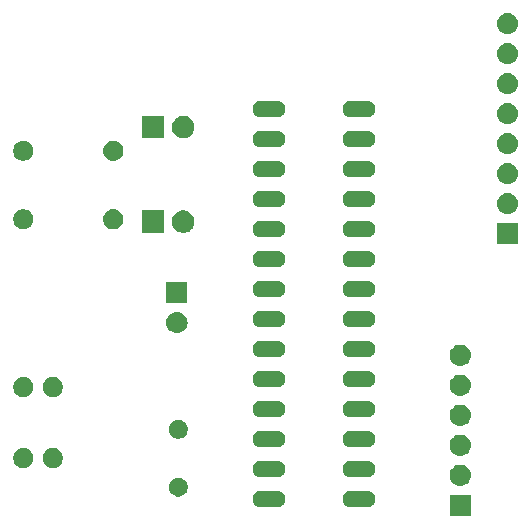
<source format=gbr>
G04 #@! TF.GenerationSoftware,KiCad,Pcbnew,(5.1.2)-1*
G04 #@! TF.CreationDate,2019-05-27T16:10:05+02:00*
G04 #@! TF.ProjectId,Dispositivo_Resp,44697370-6f73-4697-9469-766f5f526573,rev?*
G04 #@! TF.SameCoordinates,Original*
G04 #@! TF.FileFunction,Soldermask,Top*
G04 #@! TF.FilePolarity,Negative*
%FSLAX46Y46*%
G04 Gerber Fmt 4.6, Leading zero omitted, Abs format (unit mm)*
G04 Created by KiCad (PCBNEW (5.1.2)-1) date 2019-05-27 16:10:05*
%MOMM*%
%LPD*%
G04 APERTURE LIST*
%ADD10C,0.100000*%
G04 APERTURE END LIST*
D10*
G36*
X175901000Y-122901000D02*
G01*
X174099000Y-122901000D01*
X174099000Y-121099000D01*
X175901000Y-121099000D01*
X175901000Y-122901000D01*
X175901000Y-122901000D01*
G37*
G36*
X167220659Y-120774394D02*
G01*
X167354758Y-120815073D01*
X167478345Y-120881132D01*
X167586670Y-120970031D01*
X167675569Y-121078356D01*
X167741628Y-121201943D01*
X167782307Y-121336042D01*
X167796042Y-121475501D01*
X167782307Y-121614960D01*
X167741628Y-121749059D01*
X167675569Y-121872646D01*
X167586670Y-121980971D01*
X167478345Y-122069870D01*
X167354758Y-122135929D01*
X167220659Y-122176608D01*
X167116149Y-122186901D01*
X165725451Y-122186901D01*
X165620941Y-122176608D01*
X165486842Y-122135929D01*
X165363255Y-122069870D01*
X165254930Y-121980971D01*
X165166031Y-121872646D01*
X165099972Y-121749059D01*
X165059293Y-121614960D01*
X165045558Y-121475501D01*
X165059293Y-121336042D01*
X165099972Y-121201943D01*
X165166031Y-121078356D01*
X165254930Y-120970031D01*
X165363255Y-120881132D01*
X165486842Y-120815073D01*
X165620941Y-120774394D01*
X165725451Y-120764101D01*
X167116149Y-120764101D01*
X167220659Y-120774394D01*
X167220659Y-120774394D01*
G37*
G36*
X159600659Y-120774394D02*
G01*
X159734758Y-120815073D01*
X159858345Y-120881132D01*
X159966670Y-120970031D01*
X160055569Y-121078356D01*
X160121628Y-121201943D01*
X160162307Y-121336042D01*
X160176042Y-121475501D01*
X160162307Y-121614960D01*
X160121628Y-121749059D01*
X160055569Y-121872646D01*
X159966670Y-121980971D01*
X159858345Y-122069870D01*
X159734758Y-122135929D01*
X159600659Y-122176608D01*
X159496149Y-122186901D01*
X158105451Y-122186901D01*
X158000941Y-122176608D01*
X157866842Y-122135929D01*
X157743255Y-122069870D01*
X157634930Y-121980971D01*
X157546031Y-121872646D01*
X157479972Y-121749059D01*
X157439293Y-121614960D01*
X157425558Y-121475501D01*
X157439293Y-121336042D01*
X157479972Y-121201943D01*
X157546031Y-121078356D01*
X157634930Y-120970031D01*
X157743255Y-120881132D01*
X157866842Y-120815073D01*
X158000941Y-120774394D01*
X158105451Y-120764101D01*
X159496149Y-120764101D01*
X159600659Y-120774394D01*
X159600659Y-120774394D01*
G37*
G36*
X151363642Y-119699781D02*
G01*
X151509414Y-119760162D01*
X151509416Y-119760163D01*
X151640608Y-119847822D01*
X151752178Y-119959392D01*
X151839837Y-120090584D01*
X151839838Y-120090586D01*
X151900219Y-120236358D01*
X151931000Y-120391107D01*
X151931000Y-120548893D01*
X151900219Y-120703642D01*
X151839838Y-120849414D01*
X151839837Y-120849416D01*
X151752178Y-120980608D01*
X151640608Y-121092178D01*
X151509416Y-121179837D01*
X151509415Y-121179838D01*
X151509414Y-121179838D01*
X151363642Y-121240219D01*
X151208893Y-121271000D01*
X151051107Y-121271000D01*
X150896358Y-121240219D01*
X150750586Y-121179838D01*
X150750585Y-121179838D01*
X150750584Y-121179837D01*
X150619392Y-121092178D01*
X150507822Y-120980608D01*
X150420163Y-120849416D01*
X150420162Y-120849414D01*
X150359781Y-120703642D01*
X150329000Y-120548893D01*
X150329000Y-120391107D01*
X150359781Y-120236358D01*
X150420162Y-120090586D01*
X150420163Y-120090584D01*
X150507822Y-119959392D01*
X150619392Y-119847822D01*
X150750584Y-119760163D01*
X150750586Y-119760162D01*
X150896358Y-119699781D01*
X151051107Y-119669000D01*
X151208893Y-119669000D01*
X151363642Y-119699781D01*
X151363642Y-119699781D01*
G37*
G36*
X175110442Y-118565518D02*
G01*
X175176627Y-118572037D01*
X175346466Y-118623557D01*
X175502991Y-118707222D01*
X175538729Y-118736552D01*
X175640186Y-118819814D01*
X175723448Y-118921271D01*
X175752778Y-118957009D01*
X175836443Y-119113534D01*
X175887963Y-119283373D01*
X175905359Y-119460000D01*
X175887963Y-119636627D01*
X175836443Y-119806466D01*
X175752778Y-119962991D01*
X175723448Y-119998729D01*
X175640186Y-120100186D01*
X175538729Y-120183448D01*
X175502991Y-120212778D01*
X175346466Y-120296443D01*
X175176627Y-120347963D01*
X175110442Y-120354482D01*
X175044260Y-120361000D01*
X174955740Y-120361000D01*
X174889558Y-120354482D01*
X174823373Y-120347963D01*
X174653534Y-120296443D01*
X174497009Y-120212778D01*
X174461271Y-120183448D01*
X174359814Y-120100186D01*
X174276552Y-119998729D01*
X174247222Y-119962991D01*
X174163557Y-119806466D01*
X174112037Y-119636627D01*
X174094641Y-119460000D01*
X174112037Y-119283373D01*
X174163557Y-119113534D01*
X174247222Y-118957009D01*
X174276552Y-118921271D01*
X174359814Y-118819814D01*
X174461271Y-118736552D01*
X174497009Y-118707222D01*
X174653534Y-118623557D01*
X174823373Y-118572037D01*
X174889558Y-118565518D01*
X174955740Y-118559000D01*
X175044260Y-118559000D01*
X175110442Y-118565518D01*
X175110442Y-118565518D01*
G37*
G36*
X167220659Y-118234394D02*
G01*
X167354758Y-118275073D01*
X167478345Y-118341132D01*
X167586670Y-118430031D01*
X167675569Y-118538356D01*
X167741628Y-118661943D01*
X167782307Y-118796042D01*
X167796042Y-118935501D01*
X167782307Y-119074960D01*
X167741628Y-119209059D01*
X167675569Y-119332646D01*
X167586670Y-119440971D01*
X167478345Y-119529870D01*
X167354758Y-119595929D01*
X167220659Y-119636608D01*
X167116149Y-119646901D01*
X165725451Y-119646901D01*
X165620941Y-119636608D01*
X165486842Y-119595929D01*
X165363255Y-119529870D01*
X165254930Y-119440971D01*
X165166031Y-119332646D01*
X165099972Y-119209059D01*
X165059293Y-119074960D01*
X165045558Y-118935501D01*
X165059293Y-118796042D01*
X165099972Y-118661943D01*
X165166031Y-118538356D01*
X165254930Y-118430031D01*
X165363255Y-118341132D01*
X165486842Y-118275073D01*
X165620941Y-118234394D01*
X165725451Y-118224101D01*
X167116149Y-118224101D01*
X167220659Y-118234394D01*
X167220659Y-118234394D01*
G37*
G36*
X159600659Y-118234394D02*
G01*
X159734758Y-118275073D01*
X159858345Y-118341132D01*
X159966670Y-118430031D01*
X160055569Y-118538356D01*
X160121628Y-118661943D01*
X160162307Y-118796042D01*
X160176042Y-118935501D01*
X160162307Y-119074960D01*
X160121628Y-119209059D01*
X160055569Y-119332646D01*
X159966670Y-119440971D01*
X159858345Y-119529870D01*
X159734758Y-119595929D01*
X159600659Y-119636608D01*
X159496149Y-119646901D01*
X158105451Y-119646901D01*
X158000941Y-119636608D01*
X157866842Y-119595929D01*
X157743255Y-119529870D01*
X157634930Y-119440971D01*
X157546031Y-119332646D01*
X157479972Y-119209059D01*
X157439293Y-119074960D01*
X157425558Y-118935501D01*
X157439293Y-118796042D01*
X157479972Y-118661943D01*
X157546031Y-118538356D01*
X157634930Y-118430031D01*
X157743255Y-118341132D01*
X157866842Y-118275073D01*
X158000941Y-118234394D01*
X158105451Y-118224101D01*
X159496149Y-118224101D01*
X159600659Y-118234394D01*
X159600659Y-118234394D01*
G37*
G36*
X138248228Y-117181703D02*
G01*
X138403100Y-117245853D01*
X138542481Y-117338985D01*
X138661015Y-117457519D01*
X138754147Y-117596900D01*
X138818297Y-117751772D01*
X138851000Y-117916184D01*
X138851000Y-118083816D01*
X138818297Y-118248228D01*
X138754147Y-118403100D01*
X138661015Y-118542481D01*
X138542481Y-118661015D01*
X138403100Y-118754147D01*
X138248228Y-118818297D01*
X138083816Y-118851000D01*
X137916184Y-118851000D01*
X137751772Y-118818297D01*
X137596900Y-118754147D01*
X137457519Y-118661015D01*
X137338985Y-118542481D01*
X137245853Y-118403100D01*
X137181703Y-118248228D01*
X137149000Y-118083816D01*
X137149000Y-117916184D01*
X137181703Y-117751772D01*
X137245853Y-117596900D01*
X137338985Y-117457519D01*
X137457519Y-117338985D01*
X137596900Y-117245853D01*
X137751772Y-117181703D01*
X137916184Y-117149000D01*
X138083816Y-117149000D01*
X138248228Y-117181703D01*
X138248228Y-117181703D01*
G37*
G36*
X140748228Y-117181703D02*
G01*
X140903100Y-117245853D01*
X141042481Y-117338985D01*
X141161015Y-117457519D01*
X141254147Y-117596900D01*
X141318297Y-117751772D01*
X141351000Y-117916184D01*
X141351000Y-118083816D01*
X141318297Y-118248228D01*
X141254147Y-118403100D01*
X141161015Y-118542481D01*
X141042481Y-118661015D01*
X140903100Y-118754147D01*
X140748228Y-118818297D01*
X140583816Y-118851000D01*
X140416184Y-118851000D01*
X140251772Y-118818297D01*
X140096900Y-118754147D01*
X139957519Y-118661015D01*
X139838985Y-118542481D01*
X139745853Y-118403100D01*
X139681703Y-118248228D01*
X139649000Y-118083816D01*
X139649000Y-117916184D01*
X139681703Y-117751772D01*
X139745853Y-117596900D01*
X139838985Y-117457519D01*
X139957519Y-117338985D01*
X140096900Y-117245853D01*
X140251772Y-117181703D01*
X140416184Y-117149000D01*
X140583816Y-117149000D01*
X140748228Y-117181703D01*
X140748228Y-117181703D01*
G37*
G36*
X175110443Y-116025519D02*
G01*
X175176627Y-116032037D01*
X175346466Y-116083557D01*
X175502991Y-116167222D01*
X175533400Y-116192178D01*
X175640186Y-116279814D01*
X175689758Y-116340219D01*
X175752778Y-116417009D01*
X175836443Y-116573534D01*
X175887963Y-116743373D01*
X175905359Y-116920000D01*
X175887963Y-117096627D01*
X175836443Y-117266466D01*
X175752778Y-117422991D01*
X175724441Y-117457519D01*
X175640186Y-117560186D01*
X175538729Y-117643448D01*
X175502991Y-117672778D01*
X175346466Y-117756443D01*
X175176627Y-117807963D01*
X175110443Y-117814481D01*
X175044260Y-117821000D01*
X174955740Y-117821000D01*
X174889557Y-117814481D01*
X174823373Y-117807963D01*
X174653534Y-117756443D01*
X174497009Y-117672778D01*
X174461271Y-117643448D01*
X174359814Y-117560186D01*
X174275559Y-117457519D01*
X174247222Y-117422991D01*
X174163557Y-117266466D01*
X174112037Y-117096627D01*
X174094641Y-116920000D01*
X174112037Y-116743373D01*
X174163557Y-116573534D01*
X174247222Y-116417009D01*
X174310242Y-116340219D01*
X174359814Y-116279814D01*
X174466600Y-116192178D01*
X174497009Y-116167222D01*
X174653534Y-116083557D01*
X174823373Y-116032037D01*
X174889557Y-116025519D01*
X174955740Y-116019000D01*
X175044260Y-116019000D01*
X175110443Y-116025519D01*
X175110443Y-116025519D01*
G37*
G36*
X167220659Y-115694394D02*
G01*
X167354758Y-115735073D01*
X167478345Y-115801132D01*
X167586670Y-115890031D01*
X167675569Y-115998356D01*
X167741628Y-116121943D01*
X167782307Y-116256042D01*
X167796042Y-116395501D01*
X167782307Y-116534960D01*
X167741628Y-116669059D01*
X167675569Y-116792646D01*
X167586670Y-116900971D01*
X167478345Y-116989870D01*
X167354758Y-117055929D01*
X167220659Y-117096608D01*
X167116149Y-117106901D01*
X165725451Y-117106901D01*
X165620941Y-117096608D01*
X165486842Y-117055929D01*
X165363255Y-116989870D01*
X165254930Y-116900971D01*
X165166031Y-116792646D01*
X165099972Y-116669059D01*
X165059293Y-116534960D01*
X165045558Y-116395501D01*
X165059293Y-116256042D01*
X165099972Y-116121943D01*
X165166031Y-115998356D01*
X165254930Y-115890031D01*
X165363255Y-115801132D01*
X165486842Y-115735073D01*
X165620941Y-115694394D01*
X165725451Y-115684101D01*
X167116149Y-115684101D01*
X167220659Y-115694394D01*
X167220659Y-115694394D01*
G37*
G36*
X159600659Y-115694394D02*
G01*
X159734758Y-115735073D01*
X159858345Y-115801132D01*
X159966670Y-115890031D01*
X160055569Y-115998356D01*
X160121628Y-116121943D01*
X160162307Y-116256042D01*
X160176042Y-116395501D01*
X160162307Y-116534960D01*
X160121628Y-116669059D01*
X160055569Y-116792646D01*
X159966670Y-116900971D01*
X159858345Y-116989870D01*
X159734758Y-117055929D01*
X159600659Y-117096608D01*
X159496149Y-117106901D01*
X158105451Y-117106901D01*
X158000941Y-117096608D01*
X157866842Y-117055929D01*
X157743255Y-116989870D01*
X157634930Y-116900971D01*
X157546031Y-116792646D01*
X157479972Y-116669059D01*
X157439293Y-116534960D01*
X157425558Y-116395501D01*
X157439293Y-116256042D01*
X157479972Y-116121943D01*
X157546031Y-115998356D01*
X157634930Y-115890031D01*
X157743255Y-115801132D01*
X157866842Y-115735073D01*
X158000941Y-115694394D01*
X158105451Y-115684101D01*
X159496149Y-115684101D01*
X159600659Y-115694394D01*
X159600659Y-115694394D01*
G37*
G36*
X151363642Y-114799781D02*
G01*
X151509414Y-114860162D01*
X151509416Y-114860163D01*
X151640608Y-114947822D01*
X151752178Y-115059392D01*
X151801213Y-115132779D01*
X151839838Y-115190586D01*
X151900219Y-115336358D01*
X151931000Y-115491107D01*
X151931000Y-115648893D01*
X151900219Y-115803642D01*
X151839838Y-115949414D01*
X151839837Y-115949416D01*
X151752178Y-116080608D01*
X151640608Y-116192178D01*
X151509416Y-116279837D01*
X151509415Y-116279838D01*
X151509414Y-116279838D01*
X151363642Y-116340219D01*
X151208893Y-116371000D01*
X151051107Y-116371000D01*
X150896358Y-116340219D01*
X150750586Y-116279838D01*
X150750585Y-116279838D01*
X150750584Y-116279837D01*
X150619392Y-116192178D01*
X150507822Y-116080608D01*
X150420163Y-115949416D01*
X150420162Y-115949414D01*
X150359781Y-115803642D01*
X150329000Y-115648893D01*
X150329000Y-115491107D01*
X150359781Y-115336358D01*
X150420162Y-115190586D01*
X150458787Y-115132779D01*
X150507822Y-115059392D01*
X150619392Y-114947822D01*
X150750584Y-114860163D01*
X150750586Y-114860162D01*
X150896358Y-114799781D01*
X151051107Y-114769000D01*
X151208893Y-114769000D01*
X151363642Y-114799781D01*
X151363642Y-114799781D01*
G37*
G36*
X175110443Y-113485519D02*
G01*
X175176627Y-113492037D01*
X175346466Y-113543557D01*
X175502991Y-113627222D01*
X175538729Y-113656552D01*
X175640186Y-113739814D01*
X175723448Y-113841271D01*
X175752778Y-113877009D01*
X175836443Y-114033534D01*
X175887963Y-114203373D01*
X175905359Y-114380000D01*
X175887963Y-114556627D01*
X175836443Y-114726466D01*
X175752778Y-114882991D01*
X175723448Y-114918729D01*
X175640186Y-115020186D01*
X175538729Y-115103448D01*
X175502991Y-115132778D01*
X175346466Y-115216443D01*
X175176627Y-115267963D01*
X175110442Y-115274482D01*
X175044260Y-115281000D01*
X174955740Y-115281000D01*
X174889558Y-115274482D01*
X174823373Y-115267963D01*
X174653534Y-115216443D01*
X174497009Y-115132778D01*
X174461271Y-115103448D01*
X174359814Y-115020186D01*
X174276552Y-114918729D01*
X174247222Y-114882991D01*
X174163557Y-114726466D01*
X174112037Y-114556627D01*
X174094641Y-114380000D01*
X174112037Y-114203373D01*
X174163557Y-114033534D01*
X174247222Y-113877009D01*
X174276552Y-113841271D01*
X174359814Y-113739814D01*
X174461271Y-113656552D01*
X174497009Y-113627222D01*
X174653534Y-113543557D01*
X174823373Y-113492037D01*
X174889557Y-113485519D01*
X174955740Y-113479000D01*
X175044260Y-113479000D01*
X175110443Y-113485519D01*
X175110443Y-113485519D01*
G37*
G36*
X159600659Y-113154394D02*
G01*
X159734758Y-113195073D01*
X159858345Y-113261132D01*
X159966670Y-113350031D01*
X160055569Y-113458356D01*
X160121628Y-113581943D01*
X160162307Y-113716042D01*
X160176042Y-113855501D01*
X160162307Y-113994960D01*
X160121628Y-114129059D01*
X160055569Y-114252646D01*
X159966670Y-114360971D01*
X159858345Y-114449870D01*
X159734758Y-114515929D01*
X159600659Y-114556608D01*
X159496149Y-114566901D01*
X158105451Y-114566901D01*
X158000941Y-114556608D01*
X157866842Y-114515929D01*
X157743255Y-114449870D01*
X157634930Y-114360971D01*
X157546031Y-114252646D01*
X157479972Y-114129059D01*
X157439293Y-113994960D01*
X157425558Y-113855501D01*
X157439293Y-113716042D01*
X157479972Y-113581943D01*
X157546031Y-113458356D01*
X157634930Y-113350031D01*
X157743255Y-113261132D01*
X157866842Y-113195073D01*
X158000941Y-113154394D01*
X158105451Y-113144101D01*
X159496149Y-113144101D01*
X159600659Y-113154394D01*
X159600659Y-113154394D01*
G37*
G36*
X167220659Y-113154394D02*
G01*
X167354758Y-113195073D01*
X167478345Y-113261132D01*
X167586670Y-113350031D01*
X167675569Y-113458356D01*
X167741628Y-113581943D01*
X167782307Y-113716042D01*
X167796042Y-113855501D01*
X167782307Y-113994960D01*
X167741628Y-114129059D01*
X167675569Y-114252646D01*
X167586670Y-114360971D01*
X167478345Y-114449870D01*
X167354758Y-114515929D01*
X167220659Y-114556608D01*
X167116149Y-114566901D01*
X165725451Y-114566901D01*
X165620941Y-114556608D01*
X165486842Y-114515929D01*
X165363255Y-114449870D01*
X165254930Y-114360971D01*
X165166031Y-114252646D01*
X165099972Y-114129059D01*
X165059293Y-113994960D01*
X165045558Y-113855501D01*
X165059293Y-113716042D01*
X165099972Y-113581943D01*
X165166031Y-113458356D01*
X165254930Y-113350031D01*
X165363255Y-113261132D01*
X165486842Y-113195073D01*
X165620941Y-113154394D01*
X165725451Y-113144101D01*
X167116149Y-113144101D01*
X167220659Y-113154394D01*
X167220659Y-113154394D01*
G37*
G36*
X140748228Y-111181703D02*
G01*
X140903100Y-111245853D01*
X141042481Y-111338985D01*
X141161015Y-111457519D01*
X141254147Y-111596900D01*
X141318297Y-111751772D01*
X141351000Y-111916184D01*
X141351000Y-112083816D01*
X141318297Y-112248228D01*
X141254147Y-112403100D01*
X141161015Y-112542481D01*
X141042481Y-112661015D01*
X140903100Y-112754147D01*
X140748228Y-112818297D01*
X140583816Y-112851000D01*
X140416184Y-112851000D01*
X140251772Y-112818297D01*
X140096900Y-112754147D01*
X139957519Y-112661015D01*
X139838985Y-112542481D01*
X139745853Y-112403100D01*
X139681703Y-112248228D01*
X139649000Y-112083816D01*
X139649000Y-111916184D01*
X139681703Y-111751772D01*
X139745853Y-111596900D01*
X139838985Y-111457519D01*
X139957519Y-111338985D01*
X140096900Y-111245853D01*
X140251772Y-111181703D01*
X140416184Y-111149000D01*
X140583816Y-111149000D01*
X140748228Y-111181703D01*
X140748228Y-111181703D01*
G37*
G36*
X138248228Y-111181703D02*
G01*
X138403100Y-111245853D01*
X138542481Y-111338985D01*
X138661015Y-111457519D01*
X138754147Y-111596900D01*
X138818297Y-111751772D01*
X138851000Y-111916184D01*
X138851000Y-112083816D01*
X138818297Y-112248228D01*
X138754147Y-112403100D01*
X138661015Y-112542481D01*
X138542481Y-112661015D01*
X138403100Y-112754147D01*
X138248228Y-112818297D01*
X138083816Y-112851000D01*
X137916184Y-112851000D01*
X137751772Y-112818297D01*
X137596900Y-112754147D01*
X137457519Y-112661015D01*
X137338985Y-112542481D01*
X137245853Y-112403100D01*
X137181703Y-112248228D01*
X137149000Y-112083816D01*
X137149000Y-111916184D01*
X137181703Y-111751772D01*
X137245853Y-111596900D01*
X137338985Y-111457519D01*
X137457519Y-111338985D01*
X137596900Y-111245853D01*
X137751772Y-111181703D01*
X137916184Y-111149000D01*
X138083816Y-111149000D01*
X138248228Y-111181703D01*
X138248228Y-111181703D01*
G37*
G36*
X175110442Y-110945518D02*
G01*
X175176627Y-110952037D01*
X175346466Y-111003557D01*
X175502991Y-111087222D01*
X175538729Y-111116552D01*
X175640186Y-111199814D01*
X175723448Y-111301271D01*
X175752778Y-111337009D01*
X175836443Y-111493534D01*
X175887963Y-111663373D01*
X175905359Y-111840000D01*
X175887963Y-112016627D01*
X175836443Y-112186466D01*
X175752778Y-112342991D01*
X175723448Y-112378729D01*
X175640186Y-112480186D01*
X175564279Y-112542480D01*
X175502991Y-112592778D01*
X175346466Y-112676443D01*
X175176627Y-112727963D01*
X175110443Y-112734481D01*
X175044260Y-112741000D01*
X174955740Y-112741000D01*
X174889557Y-112734481D01*
X174823373Y-112727963D01*
X174653534Y-112676443D01*
X174497009Y-112592778D01*
X174435721Y-112542480D01*
X174359814Y-112480186D01*
X174276552Y-112378729D01*
X174247222Y-112342991D01*
X174163557Y-112186466D01*
X174112037Y-112016627D01*
X174094641Y-111840000D01*
X174112037Y-111663373D01*
X174163557Y-111493534D01*
X174247222Y-111337009D01*
X174276552Y-111301271D01*
X174359814Y-111199814D01*
X174461271Y-111116552D01*
X174497009Y-111087222D01*
X174653534Y-111003557D01*
X174823373Y-110952037D01*
X174889558Y-110945518D01*
X174955740Y-110939000D01*
X175044260Y-110939000D01*
X175110442Y-110945518D01*
X175110442Y-110945518D01*
G37*
G36*
X167220659Y-110614394D02*
G01*
X167354758Y-110655073D01*
X167478345Y-110721132D01*
X167586670Y-110810031D01*
X167675569Y-110918356D01*
X167741628Y-111041943D01*
X167782307Y-111176042D01*
X167796042Y-111315501D01*
X167782307Y-111454960D01*
X167741628Y-111589059D01*
X167675569Y-111712646D01*
X167586670Y-111820971D01*
X167478345Y-111909870D01*
X167354758Y-111975929D01*
X167220659Y-112016608D01*
X167116149Y-112026901D01*
X165725451Y-112026901D01*
X165620941Y-112016608D01*
X165486842Y-111975929D01*
X165363255Y-111909870D01*
X165254930Y-111820971D01*
X165166031Y-111712646D01*
X165099972Y-111589059D01*
X165059293Y-111454960D01*
X165045558Y-111315501D01*
X165059293Y-111176042D01*
X165099972Y-111041943D01*
X165166031Y-110918356D01*
X165254930Y-110810031D01*
X165363255Y-110721132D01*
X165486842Y-110655073D01*
X165620941Y-110614394D01*
X165725451Y-110604101D01*
X167116149Y-110604101D01*
X167220659Y-110614394D01*
X167220659Y-110614394D01*
G37*
G36*
X159600659Y-110614394D02*
G01*
X159734758Y-110655073D01*
X159858345Y-110721132D01*
X159966670Y-110810031D01*
X160055569Y-110918356D01*
X160121628Y-111041943D01*
X160162307Y-111176042D01*
X160176042Y-111315501D01*
X160162307Y-111454960D01*
X160121628Y-111589059D01*
X160055569Y-111712646D01*
X159966670Y-111820971D01*
X159858345Y-111909870D01*
X159734758Y-111975929D01*
X159600659Y-112016608D01*
X159496149Y-112026901D01*
X158105451Y-112026901D01*
X158000941Y-112016608D01*
X157866842Y-111975929D01*
X157743255Y-111909870D01*
X157634930Y-111820971D01*
X157546031Y-111712646D01*
X157479972Y-111589059D01*
X157439293Y-111454960D01*
X157425558Y-111315501D01*
X157439293Y-111176042D01*
X157479972Y-111041943D01*
X157546031Y-110918356D01*
X157634930Y-110810031D01*
X157743255Y-110721132D01*
X157866842Y-110655073D01*
X158000941Y-110614394D01*
X158105451Y-110604101D01*
X159496149Y-110604101D01*
X159600659Y-110614394D01*
X159600659Y-110614394D01*
G37*
G36*
X175110442Y-108405518D02*
G01*
X175176627Y-108412037D01*
X175346466Y-108463557D01*
X175502991Y-108547222D01*
X175538729Y-108576552D01*
X175640186Y-108659814D01*
X175723448Y-108761271D01*
X175752778Y-108797009D01*
X175836443Y-108953534D01*
X175887963Y-109123373D01*
X175905359Y-109300000D01*
X175887963Y-109476627D01*
X175836443Y-109646466D01*
X175752778Y-109802991D01*
X175723448Y-109838729D01*
X175640186Y-109940186D01*
X175538729Y-110023448D01*
X175502991Y-110052778D01*
X175346466Y-110136443D01*
X175176627Y-110187963D01*
X175110443Y-110194481D01*
X175044260Y-110201000D01*
X174955740Y-110201000D01*
X174889557Y-110194481D01*
X174823373Y-110187963D01*
X174653534Y-110136443D01*
X174497009Y-110052778D01*
X174461271Y-110023448D01*
X174359814Y-109940186D01*
X174276552Y-109838729D01*
X174247222Y-109802991D01*
X174163557Y-109646466D01*
X174112037Y-109476627D01*
X174094641Y-109300000D01*
X174112037Y-109123373D01*
X174163557Y-108953534D01*
X174247222Y-108797009D01*
X174276552Y-108761271D01*
X174359814Y-108659814D01*
X174461271Y-108576552D01*
X174497009Y-108547222D01*
X174653534Y-108463557D01*
X174823373Y-108412037D01*
X174889558Y-108405518D01*
X174955740Y-108399000D01*
X175044260Y-108399000D01*
X175110442Y-108405518D01*
X175110442Y-108405518D01*
G37*
G36*
X167220659Y-108074394D02*
G01*
X167354758Y-108115073D01*
X167478345Y-108181132D01*
X167586670Y-108270031D01*
X167675569Y-108378356D01*
X167741628Y-108501943D01*
X167782307Y-108636042D01*
X167796042Y-108775501D01*
X167782307Y-108914960D01*
X167741628Y-109049059D01*
X167675569Y-109172646D01*
X167586670Y-109280971D01*
X167478345Y-109369870D01*
X167354758Y-109435929D01*
X167220659Y-109476608D01*
X167116149Y-109486901D01*
X165725451Y-109486901D01*
X165620941Y-109476608D01*
X165486842Y-109435929D01*
X165363255Y-109369870D01*
X165254930Y-109280971D01*
X165166031Y-109172646D01*
X165099972Y-109049059D01*
X165059293Y-108914960D01*
X165045558Y-108775501D01*
X165059293Y-108636042D01*
X165099972Y-108501943D01*
X165166031Y-108378356D01*
X165254930Y-108270031D01*
X165363255Y-108181132D01*
X165486842Y-108115073D01*
X165620941Y-108074394D01*
X165725451Y-108064101D01*
X167116149Y-108064101D01*
X167220659Y-108074394D01*
X167220659Y-108074394D01*
G37*
G36*
X159600659Y-108074394D02*
G01*
X159734758Y-108115073D01*
X159858345Y-108181132D01*
X159966670Y-108270031D01*
X160055569Y-108378356D01*
X160121628Y-108501943D01*
X160162307Y-108636042D01*
X160176042Y-108775501D01*
X160162307Y-108914960D01*
X160121628Y-109049059D01*
X160055569Y-109172646D01*
X159966670Y-109280971D01*
X159858345Y-109369870D01*
X159734758Y-109435929D01*
X159600659Y-109476608D01*
X159496149Y-109486901D01*
X158105451Y-109486901D01*
X158000941Y-109476608D01*
X157866842Y-109435929D01*
X157743255Y-109369870D01*
X157634930Y-109280971D01*
X157546031Y-109172646D01*
X157479972Y-109049059D01*
X157439293Y-108914960D01*
X157425558Y-108775501D01*
X157439293Y-108636042D01*
X157479972Y-108501943D01*
X157546031Y-108378356D01*
X157634930Y-108270031D01*
X157743255Y-108181132D01*
X157866842Y-108115073D01*
X158000941Y-108074394D01*
X158105451Y-108064101D01*
X159496149Y-108064101D01*
X159600659Y-108074394D01*
X159600659Y-108074394D01*
G37*
G36*
X151110442Y-105645518D02*
G01*
X151176627Y-105652037D01*
X151346466Y-105703557D01*
X151502991Y-105787222D01*
X151538729Y-105816552D01*
X151640186Y-105899814D01*
X151723448Y-106001271D01*
X151752778Y-106037009D01*
X151836443Y-106193534D01*
X151887963Y-106363373D01*
X151905359Y-106540000D01*
X151887963Y-106716627D01*
X151836443Y-106886466D01*
X151752778Y-107042991D01*
X151723448Y-107078729D01*
X151640186Y-107180186D01*
X151538729Y-107263448D01*
X151502991Y-107292778D01*
X151346466Y-107376443D01*
X151176627Y-107427963D01*
X151110443Y-107434481D01*
X151044260Y-107441000D01*
X150955740Y-107441000D01*
X150889557Y-107434481D01*
X150823373Y-107427963D01*
X150653534Y-107376443D01*
X150497009Y-107292778D01*
X150461271Y-107263448D01*
X150359814Y-107180186D01*
X150276552Y-107078729D01*
X150247222Y-107042991D01*
X150163557Y-106886466D01*
X150112037Y-106716627D01*
X150094641Y-106540000D01*
X150112037Y-106363373D01*
X150163557Y-106193534D01*
X150247222Y-106037009D01*
X150276552Y-106001271D01*
X150359814Y-105899814D01*
X150461271Y-105816552D01*
X150497009Y-105787222D01*
X150653534Y-105703557D01*
X150823373Y-105652037D01*
X150889557Y-105645519D01*
X150955740Y-105639000D01*
X151044260Y-105639000D01*
X151110442Y-105645518D01*
X151110442Y-105645518D01*
G37*
G36*
X159600659Y-105534394D02*
G01*
X159734758Y-105575073D01*
X159858345Y-105641132D01*
X159966670Y-105730031D01*
X160055569Y-105838356D01*
X160121628Y-105961943D01*
X160162307Y-106096042D01*
X160176042Y-106235501D01*
X160162307Y-106374960D01*
X160121628Y-106509059D01*
X160055569Y-106632646D01*
X159966670Y-106740971D01*
X159858345Y-106829870D01*
X159734758Y-106895929D01*
X159600659Y-106936608D01*
X159496149Y-106946901D01*
X158105451Y-106946901D01*
X158000941Y-106936608D01*
X157866842Y-106895929D01*
X157743255Y-106829870D01*
X157634930Y-106740971D01*
X157546031Y-106632646D01*
X157479972Y-106509059D01*
X157439293Y-106374960D01*
X157425558Y-106235501D01*
X157439293Y-106096042D01*
X157479972Y-105961943D01*
X157546031Y-105838356D01*
X157634930Y-105730031D01*
X157743255Y-105641132D01*
X157866842Y-105575073D01*
X158000941Y-105534394D01*
X158105451Y-105524101D01*
X159496149Y-105524101D01*
X159600659Y-105534394D01*
X159600659Y-105534394D01*
G37*
G36*
X167220659Y-105534394D02*
G01*
X167354758Y-105575073D01*
X167478345Y-105641132D01*
X167586670Y-105730031D01*
X167675569Y-105838356D01*
X167741628Y-105961943D01*
X167782307Y-106096042D01*
X167796042Y-106235501D01*
X167782307Y-106374960D01*
X167741628Y-106509059D01*
X167675569Y-106632646D01*
X167586670Y-106740971D01*
X167478345Y-106829870D01*
X167354758Y-106895929D01*
X167220659Y-106936608D01*
X167116149Y-106946901D01*
X165725451Y-106946901D01*
X165620941Y-106936608D01*
X165486842Y-106895929D01*
X165363255Y-106829870D01*
X165254930Y-106740971D01*
X165166031Y-106632646D01*
X165099972Y-106509059D01*
X165059293Y-106374960D01*
X165045558Y-106235501D01*
X165059293Y-106096042D01*
X165099972Y-105961943D01*
X165166031Y-105838356D01*
X165254930Y-105730031D01*
X165363255Y-105641132D01*
X165486842Y-105575073D01*
X165620941Y-105534394D01*
X165725451Y-105524101D01*
X167116149Y-105524101D01*
X167220659Y-105534394D01*
X167220659Y-105534394D01*
G37*
G36*
X151901000Y-104901000D02*
G01*
X150099000Y-104901000D01*
X150099000Y-103099000D01*
X151901000Y-103099000D01*
X151901000Y-104901000D01*
X151901000Y-104901000D01*
G37*
G36*
X159600659Y-102994394D02*
G01*
X159734758Y-103035073D01*
X159858345Y-103101132D01*
X159966670Y-103190031D01*
X160055569Y-103298356D01*
X160121628Y-103421943D01*
X160162307Y-103556042D01*
X160176042Y-103695501D01*
X160162307Y-103834960D01*
X160121628Y-103969059D01*
X160055569Y-104092646D01*
X159966670Y-104200971D01*
X159858345Y-104289870D01*
X159734758Y-104355929D01*
X159600659Y-104396608D01*
X159496149Y-104406901D01*
X158105451Y-104406901D01*
X158000941Y-104396608D01*
X157866842Y-104355929D01*
X157743255Y-104289870D01*
X157634930Y-104200971D01*
X157546031Y-104092646D01*
X157479972Y-103969059D01*
X157439293Y-103834960D01*
X157425558Y-103695501D01*
X157439293Y-103556042D01*
X157479972Y-103421943D01*
X157546031Y-103298356D01*
X157634930Y-103190031D01*
X157743255Y-103101132D01*
X157866842Y-103035073D01*
X158000941Y-102994394D01*
X158105451Y-102984101D01*
X159496149Y-102984101D01*
X159600659Y-102994394D01*
X159600659Y-102994394D01*
G37*
G36*
X167220659Y-102994394D02*
G01*
X167354758Y-103035073D01*
X167478345Y-103101132D01*
X167586670Y-103190031D01*
X167675569Y-103298356D01*
X167741628Y-103421943D01*
X167782307Y-103556042D01*
X167796042Y-103695501D01*
X167782307Y-103834960D01*
X167741628Y-103969059D01*
X167675569Y-104092646D01*
X167586670Y-104200971D01*
X167478345Y-104289870D01*
X167354758Y-104355929D01*
X167220659Y-104396608D01*
X167116149Y-104406901D01*
X165725451Y-104406901D01*
X165620941Y-104396608D01*
X165486842Y-104355929D01*
X165363255Y-104289870D01*
X165254930Y-104200971D01*
X165166031Y-104092646D01*
X165099972Y-103969059D01*
X165059293Y-103834960D01*
X165045558Y-103695501D01*
X165059293Y-103556042D01*
X165099972Y-103421943D01*
X165166031Y-103298356D01*
X165254930Y-103190031D01*
X165363255Y-103101132D01*
X165486842Y-103035073D01*
X165620941Y-102994394D01*
X165725451Y-102984101D01*
X167116149Y-102984101D01*
X167220659Y-102994394D01*
X167220659Y-102994394D01*
G37*
G36*
X159600659Y-100454394D02*
G01*
X159734758Y-100495073D01*
X159858345Y-100561132D01*
X159966670Y-100650031D01*
X160055569Y-100758356D01*
X160121628Y-100881943D01*
X160162307Y-101016042D01*
X160176042Y-101155501D01*
X160162307Y-101294960D01*
X160121628Y-101429059D01*
X160055569Y-101552646D01*
X159966670Y-101660971D01*
X159858345Y-101749870D01*
X159734758Y-101815929D01*
X159600659Y-101856608D01*
X159496149Y-101866901D01*
X158105451Y-101866901D01*
X158000941Y-101856608D01*
X157866842Y-101815929D01*
X157743255Y-101749870D01*
X157634930Y-101660971D01*
X157546031Y-101552646D01*
X157479972Y-101429059D01*
X157439293Y-101294960D01*
X157425558Y-101155501D01*
X157439293Y-101016042D01*
X157479972Y-100881943D01*
X157546031Y-100758356D01*
X157634930Y-100650031D01*
X157743255Y-100561132D01*
X157866842Y-100495073D01*
X158000941Y-100454394D01*
X158105451Y-100444101D01*
X159496149Y-100444101D01*
X159600659Y-100454394D01*
X159600659Y-100454394D01*
G37*
G36*
X167220659Y-100454394D02*
G01*
X167354758Y-100495073D01*
X167478345Y-100561132D01*
X167586670Y-100650031D01*
X167675569Y-100758356D01*
X167741628Y-100881943D01*
X167782307Y-101016042D01*
X167796042Y-101155501D01*
X167782307Y-101294960D01*
X167741628Y-101429059D01*
X167675569Y-101552646D01*
X167586670Y-101660971D01*
X167478345Y-101749870D01*
X167354758Y-101815929D01*
X167220659Y-101856608D01*
X167116149Y-101866901D01*
X165725451Y-101866901D01*
X165620941Y-101856608D01*
X165486842Y-101815929D01*
X165363255Y-101749870D01*
X165254930Y-101660971D01*
X165166031Y-101552646D01*
X165099972Y-101429059D01*
X165059293Y-101294960D01*
X165045558Y-101155501D01*
X165059293Y-101016042D01*
X165099972Y-100881943D01*
X165166031Y-100758356D01*
X165254930Y-100650031D01*
X165363255Y-100561132D01*
X165486842Y-100495073D01*
X165620941Y-100454394D01*
X165725451Y-100444101D01*
X167116149Y-100444101D01*
X167220659Y-100454394D01*
X167220659Y-100454394D01*
G37*
G36*
X179901000Y-99901000D02*
G01*
X178099000Y-99901000D01*
X178099000Y-98099000D01*
X179901000Y-98099000D01*
X179901000Y-99901000D01*
X179901000Y-99901000D01*
G37*
G36*
X159600659Y-97914394D02*
G01*
X159734758Y-97955073D01*
X159858345Y-98021132D01*
X159966670Y-98110031D01*
X160055569Y-98218356D01*
X160121628Y-98341943D01*
X160162307Y-98476042D01*
X160176042Y-98615501D01*
X160162307Y-98754960D01*
X160121628Y-98889059D01*
X160055569Y-99012646D01*
X159966670Y-99120971D01*
X159858345Y-99209870D01*
X159734758Y-99275929D01*
X159600659Y-99316608D01*
X159496149Y-99326901D01*
X158105451Y-99326901D01*
X158000941Y-99316608D01*
X157866842Y-99275929D01*
X157743255Y-99209870D01*
X157634930Y-99120971D01*
X157546031Y-99012646D01*
X157479972Y-98889059D01*
X157439293Y-98754960D01*
X157425558Y-98615501D01*
X157439293Y-98476042D01*
X157479972Y-98341943D01*
X157546031Y-98218356D01*
X157634930Y-98110031D01*
X157743255Y-98021132D01*
X157866842Y-97955073D01*
X158000941Y-97914394D01*
X158105451Y-97904101D01*
X159496149Y-97904101D01*
X159600659Y-97914394D01*
X159600659Y-97914394D01*
G37*
G36*
X167220659Y-97914394D02*
G01*
X167354758Y-97955073D01*
X167478345Y-98021132D01*
X167586670Y-98110031D01*
X167675569Y-98218356D01*
X167741628Y-98341943D01*
X167782307Y-98476042D01*
X167796042Y-98615501D01*
X167782307Y-98754960D01*
X167741628Y-98889059D01*
X167675569Y-99012646D01*
X167586670Y-99120971D01*
X167478345Y-99209870D01*
X167354758Y-99275929D01*
X167220659Y-99316608D01*
X167116149Y-99326901D01*
X165725451Y-99326901D01*
X165620941Y-99316608D01*
X165486842Y-99275929D01*
X165363255Y-99209870D01*
X165254930Y-99120971D01*
X165166031Y-99012646D01*
X165099972Y-98889059D01*
X165059293Y-98754960D01*
X165045558Y-98615501D01*
X165059293Y-98476042D01*
X165099972Y-98341943D01*
X165166031Y-98218356D01*
X165254930Y-98110031D01*
X165363255Y-98021132D01*
X165486842Y-97955073D01*
X165620941Y-97914394D01*
X165725451Y-97904101D01*
X167116149Y-97904101D01*
X167220659Y-97914394D01*
X167220659Y-97914394D01*
G37*
G36*
X151817395Y-97085546D02*
G01*
X151990466Y-97157234D01*
X151990467Y-97157235D01*
X152146227Y-97261310D01*
X152278690Y-97393773D01*
X152278691Y-97393775D01*
X152382766Y-97549534D01*
X152454454Y-97722605D01*
X152491000Y-97906333D01*
X152491000Y-98093667D01*
X152454454Y-98277395D01*
X152382766Y-98450466D01*
X152348997Y-98501005D01*
X152278690Y-98606227D01*
X152146227Y-98738690D01*
X152121880Y-98754958D01*
X151990466Y-98842766D01*
X151817395Y-98914454D01*
X151633667Y-98951000D01*
X151446333Y-98951000D01*
X151262605Y-98914454D01*
X151089534Y-98842766D01*
X150958120Y-98754958D01*
X150933773Y-98738690D01*
X150801310Y-98606227D01*
X150731003Y-98501005D01*
X150697234Y-98450466D01*
X150625546Y-98277395D01*
X150589000Y-98093667D01*
X150589000Y-97906333D01*
X150625546Y-97722605D01*
X150697234Y-97549534D01*
X150801309Y-97393775D01*
X150801310Y-97393773D01*
X150933773Y-97261310D01*
X151089533Y-97157235D01*
X151089534Y-97157234D01*
X151262605Y-97085546D01*
X151446333Y-97049000D01*
X151633667Y-97049000D01*
X151817395Y-97085546D01*
X151817395Y-97085546D01*
G37*
G36*
X149951000Y-98951000D02*
G01*
X148049000Y-98951000D01*
X148049000Y-97049000D01*
X149951000Y-97049000D01*
X149951000Y-98951000D01*
X149951000Y-98951000D01*
G37*
G36*
X138248228Y-96971703D02*
G01*
X138403100Y-97035853D01*
X138542481Y-97128985D01*
X138661015Y-97247519D01*
X138754147Y-97386900D01*
X138818297Y-97541772D01*
X138851000Y-97706184D01*
X138851000Y-97873816D01*
X138818297Y-98038228D01*
X138754147Y-98193100D01*
X138661015Y-98332481D01*
X138542481Y-98451015D01*
X138403100Y-98544147D01*
X138248228Y-98608297D01*
X138083816Y-98641000D01*
X137916184Y-98641000D01*
X137751772Y-98608297D01*
X137596900Y-98544147D01*
X137457519Y-98451015D01*
X137338985Y-98332481D01*
X137245853Y-98193100D01*
X137181703Y-98038228D01*
X137149000Y-97873816D01*
X137149000Y-97706184D01*
X137181703Y-97541772D01*
X137245853Y-97386900D01*
X137338985Y-97247519D01*
X137457519Y-97128985D01*
X137596900Y-97035853D01*
X137751772Y-96971703D01*
X137916184Y-96939000D01*
X138083816Y-96939000D01*
X138248228Y-96971703D01*
X138248228Y-96971703D01*
G37*
G36*
X145786823Y-96951313D02*
G01*
X145947242Y-96999976D01*
X146014361Y-97035852D01*
X146095078Y-97078996D01*
X146224659Y-97185341D01*
X146331004Y-97314922D01*
X146331005Y-97314924D01*
X146410024Y-97462758D01*
X146458687Y-97623177D01*
X146475117Y-97790000D01*
X146458687Y-97956823D01*
X146419083Y-98087380D01*
X146412212Y-98110031D01*
X146410024Y-98117242D01*
X146369477Y-98193100D01*
X146331004Y-98265078D01*
X146224659Y-98394659D01*
X146095078Y-98501004D01*
X146095076Y-98501005D01*
X145947242Y-98580024D01*
X145786823Y-98628687D01*
X145661804Y-98641000D01*
X145578196Y-98641000D01*
X145453177Y-98628687D01*
X145292758Y-98580024D01*
X145144924Y-98501005D01*
X145144922Y-98501004D01*
X145015341Y-98394659D01*
X144908996Y-98265078D01*
X144870523Y-98193100D01*
X144829976Y-98117242D01*
X144827789Y-98110031D01*
X144820917Y-98087380D01*
X144781313Y-97956823D01*
X144764883Y-97790000D01*
X144781313Y-97623177D01*
X144829976Y-97462758D01*
X144908995Y-97314924D01*
X144908996Y-97314922D01*
X145015341Y-97185341D01*
X145144922Y-97078996D01*
X145225639Y-97035852D01*
X145292758Y-96999976D01*
X145453177Y-96951313D01*
X145578196Y-96939000D01*
X145661804Y-96939000D01*
X145786823Y-96951313D01*
X145786823Y-96951313D01*
G37*
G36*
X179110443Y-95565519D02*
G01*
X179176627Y-95572037D01*
X179346466Y-95623557D01*
X179502991Y-95707222D01*
X179538729Y-95736552D01*
X179640186Y-95819814D01*
X179723448Y-95921271D01*
X179752778Y-95957009D01*
X179836443Y-96113534D01*
X179887963Y-96283373D01*
X179905359Y-96460000D01*
X179887963Y-96636627D01*
X179836443Y-96806466D01*
X179752778Y-96962991D01*
X179723448Y-96998729D01*
X179640186Y-97100186D01*
X179538729Y-97183448D01*
X179502991Y-97212778D01*
X179346466Y-97296443D01*
X179176627Y-97347963D01*
X179110442Y-97354482D01*
X179044260Y-97361000D01*
X178955740Y-97361000D01*
X178889557Y-97354481D01*
X178823373Y-97347963D01*
X178653534Y-97296443D01*
X178497009Y-97212778D01*
X178461271Y-97183448D01*
X178359814Y-97100186D01*
X178276552Y-96998729D01*
X178247222Y-96962991D01*
X178163557Y-96806466D01*
X178112037Y-96636627D01*
X178094641Y-96460000D01*
X178112037Y-96283373D01*
X178163557Y-96113534D01*
X178247222Y-95957009D01*
X178276552Y-95921271D01*
X178359814Y-95819814D01*
X178461271Y-95736552D01*
X178497009Y-95707222D01*
X178653534Y-95623557D01*
X178823373Y-95572037D01*
X178889558Y-95565518D01*
X178955740Y-95559000D01*
X179044260Y-95559000D01*
X179110443Y-95565519D01*
X179110443Y-95565519D01*
G37*
G36*
X167220659Y-95374394D02*
G01*
X167354758Y-95415073D01*
X167478345Y-95481132D01*
X167586670Y-95570031D01*
X167675569Y-95678356D01*
X167741628Y-95801943D01*
X167782307Y-95936042D01*
X167796042Y-96075501D01*
X167782307Y-96214960D01*
X167741628Y-96349059D01*
X167675569Y-96472646D01*
X167586670Y-96580971D01*
X167478345Y-96669870D01*
X167354758Y-96735929D01*
X167220659Y-96776608D01*
X167116149Y-96786901D01*
X165725451Y-96786901D01*
X165620941Y-96776608D01*
X165486842Y-96735929D01*
X165363255Y-96669870D01*
X165254930Y-96580971D01*
X165166031Y-96472646D01*
X165099972Y-96349059D01*
X165059293Y-96214960D01*
X165045558Y-96075501D01*
X165059293Y-95936042D01*
X165099972Y-95801943D01*
X165166031Y-95678356D01*
X165254930Y-95570031D01*
X165363255Y-95481132D01*
X165486842Y-95415073D01*
X165620941Y-95374394D01*
X165725451Y-95364101D01*
X167116149Y-95364101D01*
X167220659Y-95374394D01*
X167220659Y-95374394D01*
G37*
G36*
X159600659Y-95374394D02*
G01*
X159734758Y-95415073D01*
X159858345Y-95481132D01*
X159966670Y-95570031D01*
X160055569Y-95678356D01*
X160121628Y-95801943D01*
X160162307Y-95936042D01*
X160176042Y-96075501D01*
X160162307Y-96214960D01*
X160121628Y-96349059D01*
X160055569Y-96472646D01*
X159966670Y-96580971D01*
X159858345Y-96669870D01*
X159734758Y-96735929D01*
X159600659Y-96776608D01*
X159496149Y-96786901D01*
X158105451Y-96786901D01*
X158000941Y-96776608D01*
X157866842Y-96735929D01*
X157743255Y-96669870D01*
X157634930Y-96580971D01*
X157546031Y-96472646D01*
X157479972Y-96349059D01*
X157439293Y-96214960D01*
X157425558Y-96075501D01*
X157439293Y-95936042D01*
X157479972Y-95801943D01*
X157546031Y-95678356D01*
X157634930Y-95570031D01*
X157743255Y-95481132D01*
X157866842Y-95415073D01*
X158000941Y-95374394D01*
X158105451Y-95364101D01*
X159496149Y-95364101D01*
X159600659Y-95374394D01*
X159600659Y-95374394D01*
G37*
G36*
X179110443Y-93025519D02*
G01*
X179176627Y-93032037D01*
X179346466Y-93083557D01*
X179502991Y-93167222D01*
X179538729Y-93196552D01*
X179640186Y-93279814D01*
X179723448Y-93381271D01*
X179752778Y-93417009D01*
X179836443Y-93573534D01*
X179887963Y-93743373D01*
X179905359Y-93920000D01*
X179887963Y-94096627D01*
X179836443Y-94266466D01*
X179752778Y-94422991D01*
X179723448Y-94458729D01*
X179640186Y-94560186D01*
X179538729Y-94643448D01*
X179502991Y-94672778D01*
X179346466Y-94756443D01*
X179176627Y-94807963D01*
X179110443Y-94814481D01*
X179044260Y-94821000D01*
X178955740Y-94821000D01*
X178889558Y-94814482D01*
X178823373Y-94807963D01*
X178653534Y-94756443D01*
X178497009Y-94672778D01*
X178461271Y-94643448D01*
X178359814Y-94560186D01*
X178276552Y-94458729D01*
X178247222Y-94422991D01*
X178163557Y-94266466D01*
X178112037Y-94096627D01*
X178094641Y-93920000D01*
X178112037Y-93743373D01*
X178163557Y-93573534D01*
X178247222Y-93417009D01*
X178276552Y-93381271D01*
X178359814Y-93279814D01*
X178461271Y-93196552D01*
X178497009Y-93167222D01*
X178653534Y-93083557D01*
X178823373Y-93032037D01*
X178889557Y-93025519D01*
X178955740Y-93019000D01*
X179044260Y-93019000D01*
X179110443Y-93025519D01*
X179110443Y-93025519D01*
G37*
G36*
X159600659Y-92834394D02*
G01*
X159734758Y-92875073D01*
X159858345Y-92941132D01*
X159966670Y-93030031D01*
X160055569Y-93138356D01*
X160121628Y-93261943D01*
X160162307Y-93396042D01*
X160176042Y-93535501D01*
X160162307Y-93674960D01*
X160121628Y-93809059D01*
X160055569Y-93932646D01*
X159966670Y-94040971D01*
X159858345Y-94129870D01*
X159734758Y-94195929D01*
X159600659Y-94236608D01*
X159496149Y-94246901D01*
X158105451Y-94246901D01*
X158000941Y-94236608D01*
X157866842Y-94195929D01*
X157743255Y-94129870D01*
X157634930Y-94040971D01*
X157546031Y-93932646D01*
X157479972Y-93809059D01*
X157439293Y-93674960D01*
X157425558Y-93535501D01*
X157439293Y-93396042D01*
X157479972Y-93261943D01*
X157546031Y-93138356D01*
X157634930Y-93030031D01*
X157743255Y-92941132D01*
X157866842Y-92875073D01*
X158000941Y-92834394D01*
X158105451Y-92824101D01*
X159496149Y-92824101D01*
X159600659Y-92834394D01*
X159600659Y-92834394D01*
G37*
G36*
X167220659Y-92834394D02*
G01*
X167354758Y-92875073D01*
X167478345Y-92941132D01*
X167586670Y-93030031D01*
X167675569Y-93138356D01*
X167741628Y-93261943D01*
X167782307Y-93396042D01*
X167796042Y-93535501D01*
X167782307Y-93674960D01*
X167741628Y-93809059D01*
X167675569Y-93932646D01*
X167586670Y-94040971D01*
X167478345Y-94129870D01*
X167354758Y-94195929D01*
X167220659Y-94236608D01*
X167116149Y-94246901D01*
X165725451Y-94246901D01*
X165620941Y-94236608D01*
X165486842Y-94195929D01*
X165363255Y-94129870D01*
X165254930Y-94040971D01*
X165166031Y-93932646D01*
X165099972Y-93809059D01*
X165059293Y-93674960D01*
X165045558Y-93535501D01*
X165059293Y-93396042D01*
X165099972Y-93261943D01*
X165166031Y-93138356D01*
X165254930Y-93030031D01*
X165363255Y-92941132D01*
X165486842Y-92875073D01*
X165620941Y-92834394D01*
X165725451Y-92824101D01*
X167116149Y-92824101D01*
X167220659Y-92834394D01*
X167220659Y-92834394D01*
G37*
G36*
X145786823Y-91161313D02*
G01*
X145947242Y-91209976D01*
X146014361Y-91245852D01*
X146095078Y-91288996D01*
X146224659Y-91395341D01*
X146331004Y-91524922D01*
X146331005Y-91524924D01*
X146410024Y-91672758D01*
X146458687Y-91833177D01*
X146475117Y-92000000D01*
X146458687Y-92166823D01*
X146410024Y-92327242D01*
X146369477Y-92403100D01*
X146331004Y-92475078D01*
X146224659Y-92604659D01*
X146095078Y-92711004D01*
X146095076Y-92711005D01*
X145947242Y-92790024D01*
X145786823Y-92838687D01*
X145661804Y-92851000D01*
X145578196Y-92851000D01*
X145453177Y-92838687D01*
X145292758Y-92790024D01*
X145144924Y-92711005D01*
X145144922Y-92711004D01*
X145015341Y-92604659D01*
X144908996Y-92475078D01*
X144870523Y-92403100D01*
X144829976Y-92327242D01*
X144781313Y-92166823D01*
X144764883Y-92000000D01*
X144781313Y-91833177D01*
X144829976Y-91672758D01*
X144908995Y-91524924D01*
X144908996Y-91524922D01*
X145015341Y-91395341D01*
X145144922Y-91288996D01*
X145225639Y-91245852D01*
X145292758Y-91209976D01*
X145453177Y-91161313D01*
X145578196Y-91149000D01*
X145661804Y-91149000D01*
X145786823Y-91161313D01*
X145786823Y-91161313D01*
G37*
G36*
X138248228Y-91181703D02*
G01*
X138403100Y-91245853D01*
X138542481Y-91338985D01*
X138661015Y-91457519D01*
X138754147Y-91596900D01*
X138818297Y-91751772D01*
X138851000Y-91916184D01*
X138851000Y-92083816D01*
X138818297Y-92248228D01*
X138754147Y-92403100D01*
X138661015Y-92542481D01*
X138542481Y-92661015D01*
X138403100Y-92754147D01*
X138248228Y-92818297D01*
X138083816Y-92851000D01*
X137916184Y-92851000D01*
X137751772Y-92818297D01*
X137596900Y-92754147D01*
X137457519Y-92661015D01*
X137338985Y-92542481D01*
X137245853Y-92403100D01*
X137181703Y-92248228D01*
X137149000Y-92083816D01*
X137149000Y-91916184D01*
X137181703Y-91751772D01*
X137245853Y-91596900D01*
X137338985Y-91457519D01*
X137457519Y-91338985D01*
X137596900Y-91245853D01*
X137751772Y-91181703D01*
X137916184Y-91149000D01*
X138083816Y-91149000D01*
X138248228Y-91181703D01*
X138248228Y-91181703D01*
G37*
G36*
X179110443Y-90485519D02*
G01*
X179176627Y-90492037D01*
X179346466Y-90543557D01*
X179502991Y-90627222D01*
X179538729Y-90656552D01*
X179640186Y-90739814D01*
X179723448Y-90841271D01*
X179752778Y-90877009D01*
X179836443Y-91033534D01*
X179887963Y-91203373D01*
X179905359Y-91380000D01*
X179887963Y-91556627D01*
X179836443Y-91726466D01*
X179752778Y-91882991D01*
X179725537Y-91916184D01*
X179640186Y-92020186D01*
X179562651Y-92083816D01*
X179502991Y-92132778D01*
X179346466Y-92216443D01*
X179176627Y-92267963D01*
X179110442Y-92274482D01*
X179044260Y-92281000D01*
X178955740Y-92281000D01*
X178889557Y-92274481D01*
X178823373Y-92267963D01*
X178653534Y-92216443D01*
X178497009Y-92132778D01*
X178437349Y-92083816D01*
X178359814Y-92020186D01*
X178274463Y-91916184D01*
X178247222Y-91882991D01*
X178163557Y-91726466D01*
X178112037Y-91556627D01*
X178094641Y-91380000D01*
X178112037Y-91203373D01*
X178163557Y-91033534D01*
X178247222Y-90877009D01*
X178276552Y-90841271D01*
X178359814Y-90739814D01*
X178461271Y-90656552D01*
X178497009Y-90627222D01*
X178653534Y-90543557D01*
X178823373Y-90492037D01*
X178889558Y-90485518D01*
X178955740Y-90479000D01*
X179044260Y-90479000D01*
X179110443Y-90485519D01*
X179110443Y-90485519D01*
G37*
G36*
X167220659Y-90294394D02*
G01*
X167354758Y-90335073D01*
X167478345Y-90401132D01*
X167586670Y-90490031D01*
X167675569Y-90598356D01*
X167741628Y-90721943D01*
X167782307Y-90856042D01*
X167796042Y-90995501D01*
X167782307Y-91134960D01*
X167741628Y-91269059D01*
X167675569Y-91392646D01*
X167586670Y-91500971D01*
X167478345Y-91589870D01*
X167354758Y-91655929D01*
X167220659Y-91696608D01*
X167116149Y-91706901D01*
X165725451Y-91706901D01*
X165620941Y-91696608D01*
X165486842Y-91655929D01*
X165363255Y-91589870D01*
X165254930Y-91500971D01*
X165166031Y-91392646D01*
X165099972Y-91269059D01*
X165059293Y-91134960D01*
X165045558Y-90995501D01*
X165059293Y-90856042D01*
X165099972Y-90721943D01*
X165166031Y-90598356D01*
X165254930Y-90490031D01*
X165363255Y-90401132D01*
X165486842Y-90335073D01*
X165620941Y-90294394D01*
X165725451Y-90284101D01*
X167116149Y-90284101D01*
X167220659Y-90294394D01*
X167220659Y-90294394D01*
G37*
G36*
X159600659Y-90294394D02*
G01*
X159734758Y-90335073D01*
X159858345Y-90401132D01*
X159966670Y-90490031D01*
X160055569Y-90598356D01*
X160121628Y-90721943D01*
X160162307Y-90856042D01*
X160176042Y-90995501D01*
X160162307Y-91134960D01*
X160121628Y-91269059D01*
X160055569Y-91392646D01*
X159966670Y-91500971D01*
X159858345Y-91589870D01*
X159734758Y-91655929D01*
X159600659Y-91696608D01*
X159496149Y-91706901D01*
X158105451Y-91706901D01*
X158000941Y-91696608D01*
X157866842Y-91655929D01*
X157743255Y-91589870D01*
X157634930Y-91500971D01*
X157546031Y-91392646D01*
X157479972Y-91269059D01*
X157439293Y-91134960D01*
X157425558Y-90995501D01*
X157439293Y-90856042D01*
X157479972Y-90721943D01*
X157546031Y-90598356D01*
X157634930Y-90490031D01*
X157743255Y-90401132D01*
X157866842Y-90335073D01*
X158000941Y-90294394D01*
X158105451Y-90284101D01*
X159496149Y-90284101D01*
X159600659Y-90294394D01*
X159600659Y-90294394D01*
G37*
G36*
X151817395Y-89085546D02*
G01*
X151990466Y-89157234D01*
X152067818Y-89208919D01*
X152146227Y-89261310D01*
X152278690Y-89393773D01*
X152278691Y-89393775D01*
X152382766Y-89549534D01*
X152454454Y-89722605D01*
X152491000Y-89906333D01*
X152491000Y-90093667D01*
X152454454Y-90277395D01*
X152382766Y-90450466D01*
X152382765Y-90450467D01*
X152278690Y-90606227D01*
X152146227Y-90738690D01*
X152144543Y-90739815D01*
X151990466Y-90842766D01*
X151817395Y-90914454D01*
X151633667Y-90951000D01*
X151446333Y-90951000D01*
X151262605Y-90914454D01*
X151089534Y-90842766D01*
X150935457Y-90739815D01*
X150933773Y-90738690D01*
X150801310Y-90606227D01*
X150697235Y-90450467D01*
X150697234Y-90450466D01*
X150625546Y-90277395D01*
X150589000Y-90093667D01*
X150589000Y-89906333D01*
X150625546Y-89722605D01*
X150697234Y-89549534D01*
X150801309Y-89393775D01*
X150801310Y-89393773D01*
X150933773Y-89261310D01*
X151012182Y-89208919D01*
X151089534Y-89157234D01*
X151262605Y-89085546D01*
X151446333Y-89049000D01*
X151633667Y-89049000D01*
X151817395Y-89085546D01*
X151817395Y-89085546D01*
G37*
G36*
X149951000Y-90951000D02*
G01*
X148049000Y-90951000D01*
X148049000Y-89049000D01*
X149951000Y-89049000D01*
X149951000Y-90951000D01*
X149951000Y-90951000D01*
G37*
G36*
X179110442Y-87945518D02*
G01*
X179176627Y-87952037D01*
X179346466Y-88003557D01*
X179502991Y-88087222D01*
X179538729Y-88116552D01*
X179640186Y-88199814D01*
X179723448Y-88301271D01*
X179752778Y-88337009D01*
X179836443Y-88493534D01*
X179887963Y-88663373D01*
X179905359Y-88840000D01*
X179887963Y-89016627D01*
X179836443Y-89186466D01*
X179752778Y-89342991D01*
X179723448Y-89378729D01*
X179640186Y-89480186D01*
X179555685Y-89549533D01*
X179502991Y-89592778D01*
X179346466Y-89676443D01*
X179176627Y-89727963D01*
X179110442Y-89734482D01*
X179044260Y-89741000D01*
X178955740Y-89741000D01*
X178889557Y-89734481D01*
X178823373Y-89727963D01*
X178653534Y-89676443D01*
X178497009Y-89592778D01*
X178444315Y-89549533D01*
X178359814Y-89480186D01*
X178276552Y-89378729D01*
X178247222Y-89342991D01*
X178163557Y-89186466D01*
X178112037Y-89016627D01*
X178094641Y-88840000D01*
X178112037Y-88663373D01*
X178163557Y-88493534D01*
X178247222Y-88337009D01*
X178276552Y-88301271D01*
X178359814Y-88199814D01*
X178461271Y-88116552D01*
X178497009Y-88087222D01*
X178653534Y-88003557D01*
X178823373Y-87952037D01*
X178889558Y-87945518D01*
X178955740Y-87939000D01*
X179044260Y-87939000D01*
X179110442Y-87945518D01*
X179110442Y-87945518D01*
G37*
G36*
X167220659Y-87754394D02*
G01*
X167354758Y-87795073D01*
X167478345Y-87861132D01*
X167586670Y-87950031D01*
X167675569Y-88058356D01*
X167741628Y-88181943D01*
X167782307Y-88316042D01*
X167796042Y-88455501D01*
X167782307Y-88594960D01*
X167741628Y-88729059D01*
X167675569Y-88852646D01*
X167586670Y-88960971D01*
X167478345Y-89049870D01*
X167354758Y-89115929D01*
X167220659Y-89156608D01*
X167116149Y-89166901D01*
X165725451Y-89166901D01*
X165620941Y-89156608D01*
X165486842Y-89115929D01*
X165363255Y-89049870D01*
X165254930Y-88960971D01*
X165166031Y-88852646D01*
X165099972Y-88729059D01*
X165059293Y-88594960D01*
X165045558Y-88455501D01*
X165059293Y-88316042D01*
X165099972Y-88181943D01*
X165166031Y-88058356D01*
X165254930Y-87950031D01*
X165363255Y-87861132D01*
X165486842Y-87795073D01*
X165620941Y-87754394D01*
X165725451Y-87744101D01*
X167116149Y-87744101D01*
X167220659Y-87754394D01*
X167220659Y-87754394D01*
G37*
G36*
X159600659Y-87754394D02*
G01*
X159734758Y-87795073D01*
X159858345Y-87861132D01*
X159966670Y-87950031D01*
X160055569Y-88058356D01*
X160121628Y-88181943D01*
X160162307Y-88316042D01*
X160176042Y-88455501D01*
X160162307Y-88594960D01*
X160121628Y-88729059D01*
X160055569Y-88852646D01*
X159966670Y-88960971D01*
X159858345Y-89049870D01*
X159734758Y-89115929D01*
X159600659Y-89156608D01*
X159496149Y-89166901D01*
X158105451Y-89166901D01*
X158000941Y-89156608D01*
X157866842Y-89115929D01*
X157743255Y-89049870D01*
X157634930Y-88960971D01*
X157546031Y-88852646D01*
X157479972Y-88729059D01*
X157439293Y-88594960D01*
X157425558Y-88455501D01*
X157439293Y-88316042D01*
X157479972Y-88181943D01*
X157546031Y-88058356D01*
X157634930Y-87950031D01*
X157743255Y-87861132D01*
X157866842Y-87795073D01*
X158000941Y-87754394D01*
X158105451Y-87744101D01*
X159496149Y-87744101D01*
X159600659Y-87754394D01*
X159600659Y-87754394D01*
G37*
G36*
X179110443Y-85405519D02*
G01*
X179176627Y-85412037D01*
X179346466Y-85463557D01*
X179502991Y-85547222D01*
X179538729Y-85576552D01*
X179640186Y-85659814D01*
X179723448Y-85761271D01*
X179752778Y-85797009D01*
X179836443Y-85953534D01*
X179887963Y-86123373D01*
X179905359Y-86300000D01*
X179887963Y-86476627D01*
X179836443Y-86646466D01*
X179752778Y-86802991D01*
X179723448Y-86838729D01*
X179640186Y-86940186D01*
X179538729Y-87023448D01*
X179502991Y-87052778D01*
X179346466Y-87136443D01*
X179176627Y-87187963D01*
X179110443Y-87194481D01*
X179044260Y-87201000D01*
X178955740Y-87201000D01*
X178889557Y-87194481D01*
X178823373Y-87187963D01*
X178653534Y-87136443D01*
X178497009Y-87052778D01*
X178461271Y-87023448D01*
X178359814Y-86940186D01*
X178276552Y-86838729D01*
X178247222Y-86802991D01*
X178163557Y-86646466D01*
X178112037Y-86476627D01*
X178094641Y-86300000D01*
X178112037Y-86123373D01*
X178163557Y-85953534D01*
X178247222Y-85797009D01*
X178276552Y-85761271D01*
X178359814Y-85659814D01*
X178461271Y-85576552D01*
X178497009Y-85547222D01*
X178653534Y-85463557D01*
X178823373Y-85412037D01*
X178889557Y-85405519D01*
X178955740Y-85399000D01*
X179044260Y-85399000D01*
X179110443Y-85405519D01*
X179110443Y-85405519D01*
G37*
G36*
X179110443Y-82865519D02*
G01*
X179176627Y-82872037D01*
X179346466Y-82923557D01*
X179502991Y-83007222D01*
X179538729Y-83036552D01*
X179640186Y-83119814D01*
X179723448Y-83221271D01*
X179752778Y-83257009D01*
X179836443Y-83413534D01*
X179887963Y-83583373D01*
X179905359Y-83760000D01*
X179887963Y-83936627D01*
X179836443Y-84106466D01*
X179752778Y-84262991D01*
X179723448Y-84298729D01*
X179640186Y-84400186D01*
X179538729Y-84483448D01*
X179502991Y-84512778D01*
X179346466Y-84596443D01*
X179176627Y-84647963D01*
X179110442Y-84654482D01*
X179044260Y-84661000D01*
X178955740Y-84661000D01*
X178889558Y-84654482D01*
X178823373Y-84647963D01*
X178653534Y-84596443D01*
X178497009Y-84512778D01*
X178461271Y-84483448D01*
X178359814Y-84400186D01*
X178276552Y-84298729D01*
X178247222Y-84262991D01*
X178163557Y-84106466D01*
X178112037Y-83936627D01*
X178094641Y-83760000D01*
X178112037Y-83583373D01*
X178163557Y-83413534D01*
X178247222Y-83257009D01*
X178276552Y-83221271D01*
X178359814Y-83119814D01*
X178461271Y-83036552D01*
X178497009Y-83007222D01*
X178653534Y-82923557D01*
X178823373Y-82872037D01*
X178889557Y-82865519D01*
X178955740Y-82859000D01*
X179044260Y-82859000D01*
X179110443Y-82865519D01*
X179110443Y-82865519D01*
G37*
G36*
X179110442Y-80325518D02*
G01*
X179176627Y-80332037D01*
X179346466Y-80383557D01*
X179502991Y-80467222D01*
X179538729Y-80496552D01*
X179640186Y-80579814D01*
X179723448Y-80681271D01*
X179752778Y-80717009D01*
X179836443Y-80873534D01*
X179887963Y-81043373D01*
X179905359Y-81220000D01*
X179887963Y-81396627D01*
X179836443Y-81566466D01*
X179752778Y-81722991D01*
X179723448Y-81758729D01*
X179640186Y-81860186D01*
X179538729Y-81943448D01*
X179502991Y-81972778D01*
X179346466Y-82056443D01*
X179176627Y-82107963D01*
X179110443Y-82114481D01*
X179044260Y-82121000D01*
X178955740Y-82121000D01*
X178889557Y-82114481D01*
X178823373Y-82107963D01*
X178653534Y-82056443D01*
X178497009Y-81972778D01*
X178461271Y-81943448D01*
X178359814Y-81860186D01*
X178276552Y-81758729D01*
X178247222Y-81722991D01*
X178163557Y-81566466D01*
X178112037Y-81396627D01*
X178094641Y-81220000D01*
X178112037Y-81043373D01*
X178163557Y-80873534D01*
X178247222Y-80717009D01*
X178276552Y-80681271D01*
X178359814Y-80579814D01*
X178461271Y-80496552D01*
X178497009Y-80467222D01*
X178653534Y-80383557D01*
X178823373Y-80332037D01*
X178889558Y-80325518D01*
X178955740Y-80319000D01*
X179044260Y-80319000D01*
X179110442Y-80325518D01*
X179110442Y-80325518D01*
G37*
M02*

</source>
